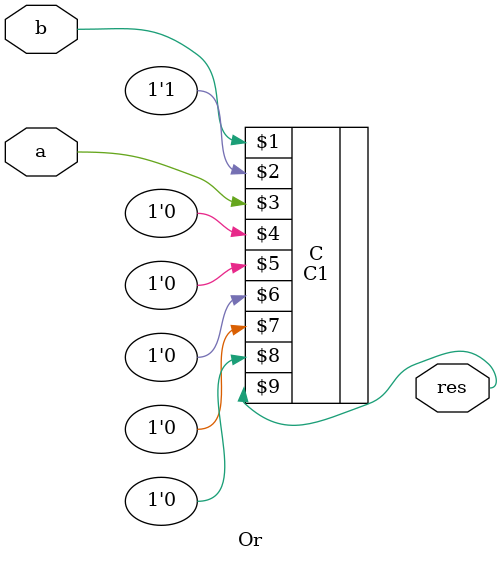
<source format=v>
module Or (input a, b, output res);
    C1 C (b, 1'b1, a, 1'b0, 1'b0, 1'b0, 1'b0, 1'b0, res);
endmodule
</source>
